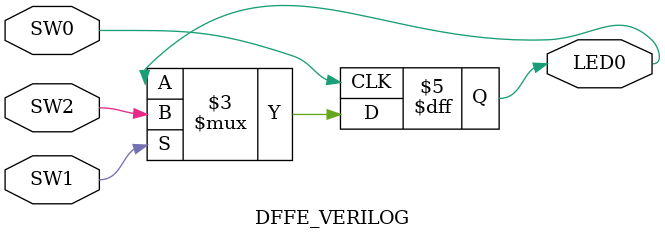
<source format=v>
module DFFE_VERILOG(SW0, SW1, SW2, LED0);

    input  SW0;
    input  SW1;
    input  SW2;
    output LED0;

    reg    LED0;

    always @(posedge SW0) begin
        if (SW1 == 1'b1) begin
            LED0 <= SW2;
        end
    end

endmodule

</source>
